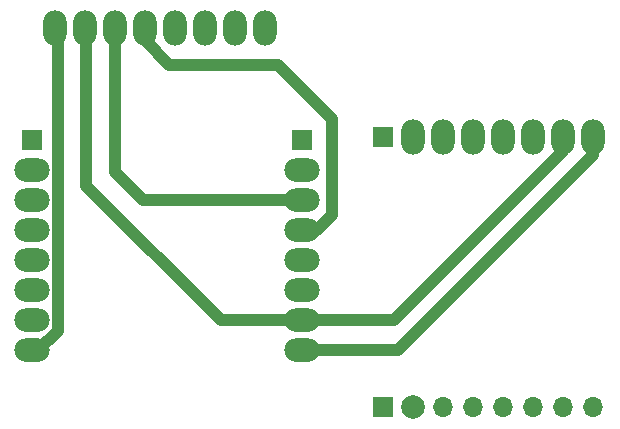
<source format=gbr>
%TF.GenerationSoftware,KiCad,Pcbnew,(6.0.5)*%
%TF.CreationDate,2022-09-07T10:03:09+07:00*%
%TF.ProjectId,test1,74657374-312e-46b6-9963-61645f706362,rev?*%
%TF.SameCoordinates,Original*%
%TF.FileFunction,Copper,L1,Top*%
%TF.FilePolarity,Positive*%
%FSLAX46Y46*%
G04 Gerber Fmt 4.6, Leading zero omitted, Abs format (unit mm)*
G04 Created by KiCad (PCBNEW (6.0.5)) date 2022-09-07 10:03:09*
%MOMM*%
%LPD*%
G01*
G04 APERTURE LIST*
%TA.AperFunction,ComponentPad*%
%ADD10R,1.700000X1.700000*%
%TD*%
%TA.AperFunction,ComponentPad*%
%ADD11O,2.000000X3.000000*%
%TD*%
%TA.AperFunction,ComponentPad*%
%ADD12C,2.000000*%
%TD*%
%TA.AperFunction,ComponentPad*%
%ADD13O,1.700000X1.700000*%
%TD*%
%TA.AperFunction,ComponentPad*%
%ADD14O,3.000000X2.000000*%
%TD*%
%TA.AperFunction,Conductor*%
%ADD15C,1.000000*%
%TD*%
G04 APERTURE END LIST*
D10*
%TO.P,REF\u002A\u002A,1*%
%TO.N,N/C*%
X144931500Y-71754500D03*
D11*
%TO.P,REF\u002A\u002A,2*%
X147471500Y-71754500D03*
%TO.P,REF\u002A\u002A,3*%
X150011500Y-71754500D03*
%TO.P,REF\u002A\u002A,4*%
X152551500Y-71754500D03*
%TO.P,REF\u002A\u002A,5*%
X155091500Y-71754500D03*
%TO.P,REF\u002A\u002A,6*%
X157631500Y-71754500D03*
%TO.P,REF\u002A\u002A,7*%
%TO.N,GND*%
X160171500Y-71754500D03*
%TO.P,REF\u002A\u002A,8*%
%TO.N,N/C*%
X162711500Y-71754500D03*
%TD*%
D10*
%TO.P,REF\u002A\u002A,1*%
%TO.N,N/C*%
X144931500Y-94614500D03*
D12*
%TO.P,REF\u002A\u002A,2*%
X147471500Y-94614500D03*
D13*
%TO.P,REF\u002A\u002A,3*%
X150011500Y-94614500D03*
%TO.P,REF\u002A\u002A,4*%
X152551500Y-94614500D03*
%TO.P,REF\u002A\u002A,5*%
X155091500Y-94614500D03*
%TO.P,REF\u002A\u002A,6*%
X157631500Y-94614500D03*
%TO.P,REF\u002A\u002A,7*%
X160171500Y-94614500D03*
%TO.P,REF\u002A\u002A,8*%
X162711500Y-94614500D03*
%TD*%
D10*
%TO.P,REF\u002A\u002A,1*%
%TO.N,N/C*%
X138083500Y-72033500D03*
D14*
%TO.P,REF\u002A\u002A,2*%
X138083500Y-74573500D03*
%TO.P,REF\u002A\u002A,3*%
%TO.N,Net-(U1-Pad3)*%
X138083500Y-77113500D03*
%TO.P,REF\u002A\u002A,4*%
%TO.N,Net-(U1-Pad4)*%
X138083500Y-79653500D03*
%TO.P,REF\u002A\u002A,5*%
%TO.N,N/C*%
X138083500Y-82193500D03*
%TO.P,REF\u002A\u002A,6*%
X138083500Y-84733500D03*
%TO.P,REF\u002A\u002A,7*%
%TO.N,GND*%
X138083500Y-87273500D03*
%TO.P,REF\u002A\u002A,8*%
%TO.N,N/C*%
X138083500Y-89813500D03*
%TD*%
D10*
%TO.P,REF\u002A\u002A,1*%
%TO.N,N/C*%
X115223500Y-72033500D03*
D14*
%TO.P,REF\u002A\u002A,2*%
X115223500Y-74573500D03*
%TO.P,REF\u002A\u002A,3*%
X115223500Y-77113500D03*
%TO.P,REF\u002A\u002A,4*%
X115223500Y-79653500D03*
%TO.P,REF\u002A\u002A,5*%
X115223500Y-82193500D03*
%TO.P,REF\u002A\u002A,6*%
X115223500Y-84733500D03*
%TO.P,REF\u002A\u002A,7*%
X115223500Y-87273500D03*
%TO.P,REF\u002A\u002A,8*%
%TO.N,3v3*%
X115223500Y-89813500D03*
%TD*%
D11*
%TO.P,U1,1,VCC*%
%TO.N,3v3*%
X117103500Y-62508500D03*
%TO.P,U1,2,GND*%
%TO.N,GND*%
X119643500Y-62508500D03*
%TO.P,U1,3,SCL*%
%TO.N,Net-(U1-Pad3)*%
X122183500Y-62508500D03*
%TO.P,U1,4,SDA*%
%TO.N,Net-(U1-Pad4)*%
X124723500Y-62508500D03*
%TO.P,U1,5,XDA*%
%TO.N,unconnected-(U1-Pad5)*%
X127263500Y-62508500D03*
%TO.P,U1,6,XCL*%
%TO.N,unconnected-(U1-Pad6)*%
X129803500Y-62508500D03*
%TO.P,U1,7,ADD*%
%TO.N,unconnected-(U1-Pad7)*%
X132343500Y-62508500D03*
%TO.P,U1,8,INT*%
%TO.N,unconnected-(U1-Pad8)*%
X134883500Y-62508500D03*
%TD*%
D15*
%TO.N,*%
X162711500Y-73254500D02*
X146152500Y-89813500D01*
X146152500Y-89813500D02*
X138083500Y-89813500D01*
X162711500Y-71754500D02*
X162711500Y-73254500D01*
%TO.N,3v3*%
X117373011Y-62778011D02*
X117373011Y-88163858D01*
X115723369Y-89813500D02*
X115223500Y-89813500D01*
X117103500Y-62508500D02*
X117373011Y-62778011D01*
X117373011Y-88163858D02*
X115723369Y-89813500D01*
%TO.N,GND*%
X119643500Y-63586130D02*
X119792020Y-63734650D01*
X119643500Y-62508500D02*
X119643500Y-63586130D01*
X160171500Y-71754500D02*
X160171500Y-72966512D01*
X131200500Y-87273500D02*
X138083500Y-87273500D01*
X119792020Y-75865020D02*
X131200500Y-87273500D01*
X160171500Y-72966512D02*
X145864512Y-87273500D01*
X145864512Y-87273500D02*
X138083500Y-87273500D01*
X119792020Y-63734650D02*
X119792020Y-75865020D01*
%TO.N,Net-(U1-Pad3)*%
X122183500Y-62508500D02*
X122183500Y-74700500D01*
X122183500Y-74700500D02*
X124596500Y-77113500D01*
X124596500Y-77113500D02*
X138083500Y-77113500D01*
%TO.N,Net-(U1-Pad4)*%
X124723500Y-62508500D02*
X124723500Y-63586130D01*
X139285581Y-79653500D02*
X138083500Y-79653500D01*
X124723500Y-63586130D02*
X126820870Y-65683500D01*
X126820870Y-65683500D02*
X136026500Y-65683500D01*
X140598500Y-78340581D02*
X139285581Y-79653500D01*
X140598500Y-70255500D02*
X140598500Y-78340581D01*
X136026500Y-65683500D02*
X140598500Y-70255500D01*
%TD*%
M02*

</source>
